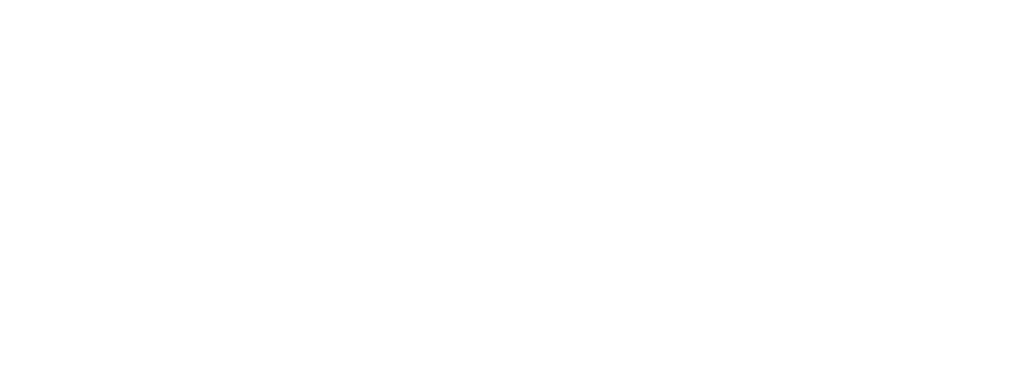
<source format=gbs>
G04*
G04 #@! TF.GenerationSoftware,Altium Limited,Altium Designer,19.0.10 (269)*
G04*
G04 Layer_Color=16711935*
%FSLAX44Y44*%
%MOMM*%
G71*
G01*
G75*
D16*
X1209740Y1141860D02*
D03*
Y1160860D02*
D03*
X554482Y1063498D02*
D03*
Y1044498D02*
D03*
X797820Y1180084D02*
D03*
Y1161084D02*
D03*
D22*
X1134810Y1152020D02*
D03*
X1154810Y1142520D02*
D03*
Y1161520D02*
D03*
D29*
X561086Y997138D02*
D03*
Y977138D02*
D03*
X482600Y997138D02*
D03*
Y977138D02*
D03*
X1134810Y1118710D02*
D03*
Y1098710D02*
D03*
X1183070Y1161860D02*
D03*
Y1141860D02*
D03*
X508762Y997138D02*
D03*
Y977138D02*
D03*
X534924Y997138D02*
D03*
Y977138D02*
D03*
X600812Y1014222D02*
D03*
Y994222D02*
D03*
X656844Y1096198D02*
D03*
Y1076198D02*
D03*
D30*
X1155130Y1187580D02*
D03*
X1175130D02*
D03*
D51*
X581812Y1040638D02*
D03*
X600812D02*
D03*
D54*
X1343152Y1132078D02*
D03*
Y1157478D02*
D03*
X1283208Y819476D02*
D03*
X1308608D02*
D03*
X1334008D02*
D03*
X1359408D02*
D03*
D55*
X1384808D02*
D03*
D56*
X571500Y803910D02*
D03*
D57*
X551500D02*
D03*
D58*
X298450Y1173480D02*
D03*
X1292860D02*
D03*
D59*
X631444Y1045350D02*
D03*
D60*
Y1025350D02*
D03*
D137*
X534410Y1208278D02*
D03*
X565410D02*
D03*
X592830D02*
D03*
X623830D02*
D03*
X651250D02*
D03*
X682250D02*
D03*
X709670D02*
D03*
X740670D02*
D03*
X766820D02*
D03*
X797820D02*
D03*
X855478Y1208662D02*
D03*
X824478D02*
D03*
X475990Y1208278D02*
D03*
X506990D02*
D03*
X417570D02*
D03*
X448570D02*
D03*
X390150D02*
D03*
X359150D02*
D03*
D138*
X482666Y1069788D02*
D03*
Y1024188D02*
D03*
D139*
X414666Y1046988D02*
D03*
D140*
X855478Y1180084D02*
D03*
Y1149084D02*
D03*
D141*
X632714Y1063498D02*
D03*
Y1076198D02*
D03*
Y1088898D02*
D03*
Y1101598D02*
D03*
X578474D02*
D03*
Y1088898D02*
D03*
Y1076198D02*
D03*
Y1063498D02*
D03*
D142*
X354834Y1046988D02*
D03*
X290834D02*
D03*
D143*
X354584Y1112160D02*
D03*
Y1153160D02*
D03*
D144*
X394542Y1126452D02*
D03*
Y1153452D02*
D03*
X426292Y1126452D02*
D03*
Y1153452D02*
D03*
M02*

</source>
